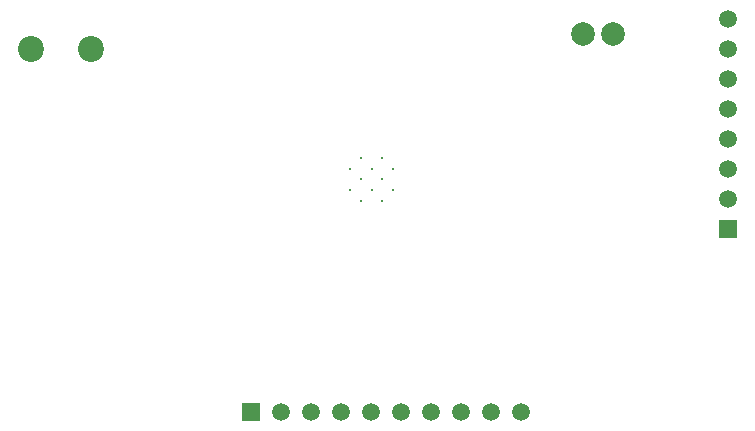
<source format=gbl>
G04*
G04 #@! TF.GenerationSoftware,Altium Limited,Altium Designer,22.9.1 (49)*
G04*
G04 Layer_Physical_Order=2*
G04 Layer_Color=16711680*
%FSLAX25Y25*%
%MOIN*%
G70*
G04*
G04 #@! TF.SameCoordinates,5CD507B9-0275-4A0A-92E1-85163E932064*
G04*
G04*
G04 #@! TF.FilePolarity,Positive*
G04*
G01*
G75*
%ADD44C,0.05906*%
%ADD45R,0.05906X0.05906*%
%ADD46R,0.05906X0.05906*%
%ADD47C,0.07874*%
%ADD48C,0.08661*%
%ADD49C,0.01181*%
D44*
X189559Y36386D02*
D03*
X129559D02*
D03*
X119559D02*
D03*
X179559D02*
D03*
X169559D02*
D03*
X159559D02*
D03*
X149559D02*
D03*
X139559D02*
D03*
X109559D02*
D03*
X258559Y107386D02*
D03*
Y117386D02*
D03*
Y127386D02*
D03*
Y137386D02*
D03*
Y147386D02*
D03*
Y157386D02*
D03*
Y167386D02*
D03*
D45*
X99559Y36386D02*
D03*
D46*
X258559Y97386D02*
D03*
D47*
X210059Y162386D02*
D03*
X220059D02*
D03*
D48*
X26059Y157386D02*
D03*
X46059D02*
D03*
D49*
X143199Y106634D02*
D03*
X135974D02*
D03*
X146811Y110246D02*
D03*
X139587D02*
D03*
X132362D02*
D03*
X143199Y113858D02*
D03*
X135974D02*
D03*
X146811Y117471D02*
D03*
X139587D02*
D03*
X132362D02*
D03*
X143199Y121083D02*
D03*
X135974D02*
D03*
M02*

</source>
